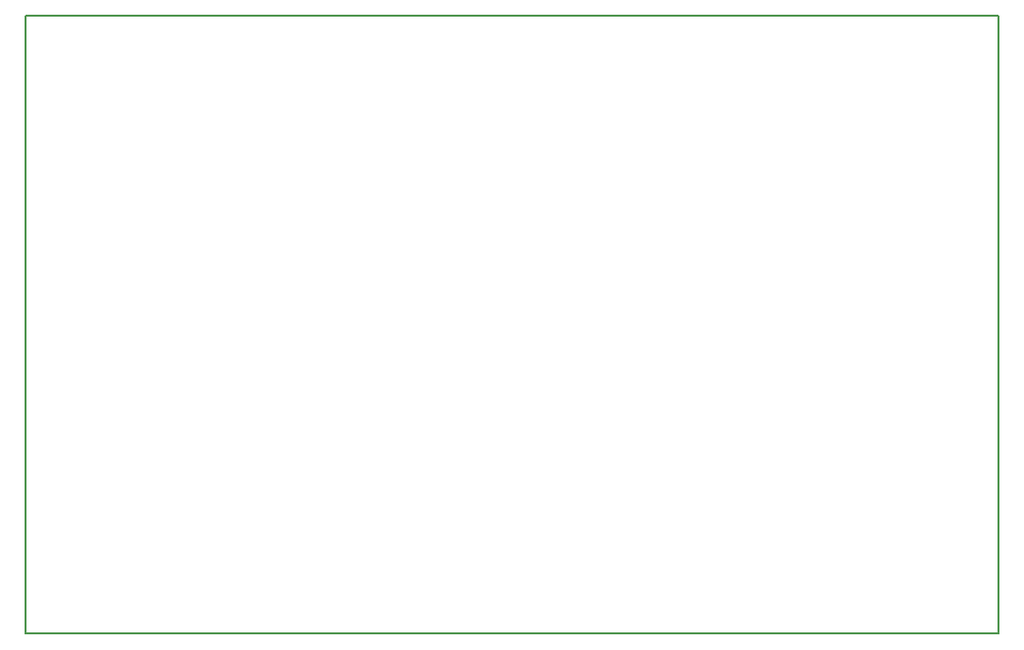
<source format=gbr>
%TF.GenerationSoftware,KiCad,Pcbnew,9.0.7*%
%TF.CreationDate,2026-02-15T19:22:42-07:00*%
%TF.ProjectId,PCB_Project,5043425f-5072-46f6-9a65-63742e6b6963,rev?*%
%TF.SameCoordinates,Original*%
%TF.FileFunction,Profile,NP*%
%FSLAX46Y46*%
G04 Gerber Fmt 4.6, Leading zero omitted, Abs format (unit mm)*
G04 Created by KiCad (PCBNEW 9.0.7) date 2026-02-15 19:22:42*
%MOMM*%
%LPD*%
G01*
G04 APERTURE LIST*
%TA.AperFunction,Profile*%
%ADD10C,0.150000*%
%TD*%
G04 APERTURE END LIST*
D10*
X84552000Y-99840000D02*
X84552000Y-46500000D01*
X100552000Y-99840000D02*
X84552000Y-99840000D01*
X168500000Y-62000000D02*
X168500000Y-99840000D01*
X100552000Y-46500000D02*
X163290000Y-46500000D01*
X165068000Y-99840000D02*
X168500000Y-99840000D01*
X168500000Y-46500000D02*
X168500000Y-62000000D01*
X165068000Y-99840000D02*
X100552000Y-99840000D01*
X100552000Y-46500000D02*
X84552000Y-46500000D01*
X163290000Y-46500000D02*
X168500000Y-46500000D01*
M02*

</source>
